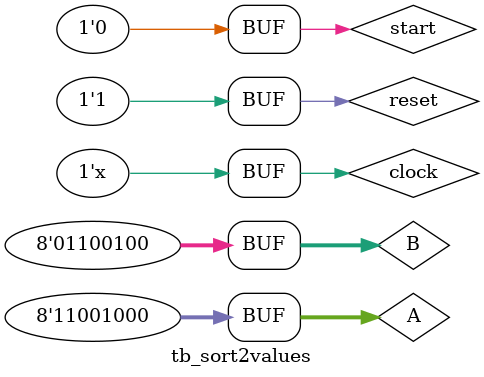
<source format=v>
module tb_sort2values;
/*test the three cases A=B, A<B, A>B and verify the control signal start and 
and the push signal*/


reg clock;
reg reset;
reg start;    

reg [7:0]  A,B;
wire [7:0] data_out;
wire push;
 
initial //following block executed only once

begin
     clock = 0;
     reset = 0;
	 #10 reset = 1;
	 start = 1;
	 A = 5; B = 5;
	 #20 start  = 0;
	 #10 start  = 1; A = 10;B = 20;
	 #20 start  = 0; 
	 #10 start  = 1;A = 200;B=100;
	 #10 start  = 0; 
 end
 

always #5 clock=~clock;  //10ns clock

sort_2_values u1 (clock,reset,start,A,B,data_out,push);

endmodule
</source>
